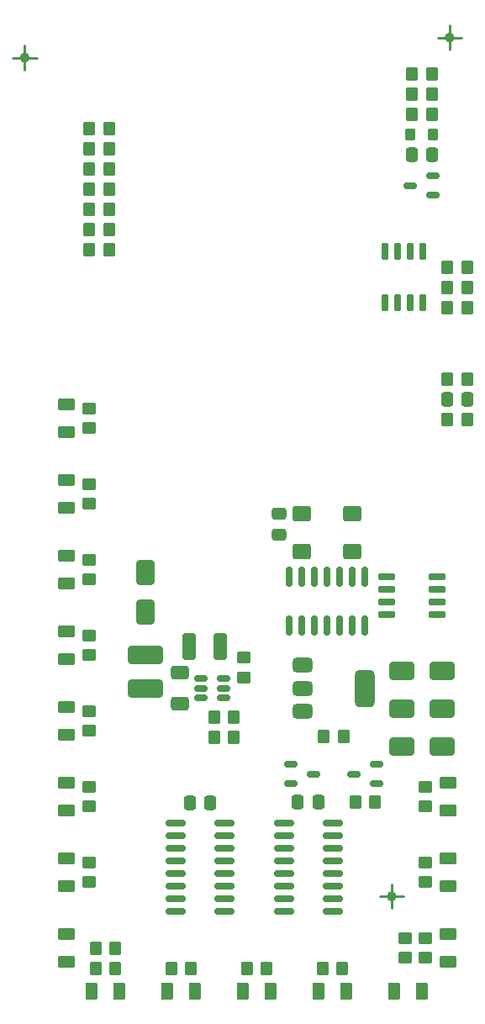
<source format=gtp>
%TF.GenerationSoftware,KiCad,Pcbnew,9.0.6-9.0.6~ubuntu24.04.1*%
%TF.CreationDate,2025-12-29T17:09:32-08:00*%
%TF.ProjectId,Pico-ButtonBoard-v1,5069636f-2d42-4757-9474-6f6e426f6172,1*%
%TF.SameCoordinates,Original*%
%TF.FileFunction,Paste,Top*%
%TF.FilePolarity,Positive*%
%FSLAX46Y46*%
G04 Gerber Fmt 4.6, Leading zero omitted, Abs format (unit mm)*
G04 Created by KiCad (PCBNEW 9.0.6-9.0.6~ubuntu24.04.1) date 2025-12-29 17:09:32*
%MOMM*%
%LPD*%
G01*
G04 APERTURE LIST*
G04 Aperture macros list*
%AMRoundRect*
0 Rectangle with rounded corners*
0 $1 Rounding radius*
0 $2 $3 $4 $5 $6 $7 $8 $9 X,Y pos of 4 corners*
0 Add a 4 corners polygon primitive as box body*
4,1,4,$2,$3,$4,$5,$6,$7,$8,$9,$2,$3,0*
0 Add four circle primitives for the rounded corners*
1,1,$1+$1,$2,$3*
1,1,$1+$1,$4,$5*
1,1,$1+$1,$6,$7*
1,1,$1+$1,$8,$9*
0 Add four rect primitives between the rounded corners*
20,1,$1+$1,$2,$3,$4,$5,0*
20,1,$1+$1,$4,$5,$6,$7,0*
20,1,$1+$1,$6,$7,$8,$9,0*
20,1,$1+$1,$8,$9,$2,$3,0*%
G04 Aperture macros list end*
%ADD10C,0.254000*%
%ADD11C,0.500000*%
%ADD12RoundRect,0.250000X-0.350000X-0.450000X0.350000X-0.450000X0.350000X0.450000X-0.350000X0.450000X0*%
%ADD13RoundRect,0.250000X0.625000X-0.375000X0.625000X0.375000X-0.625000X0.375000X-0.625000X-0.375000X0*%
%ADD14RoundRect,0.150000X-0.150000X0.825000X-0.150000X-0.825000X0.150000X-0.825000X0.150000X0.825000X0*%
%ADD15RoundRect,0.250000X-1.000000X-0.650000X1.000000X-0.650000X1.000000X0.650000X-1.000000X0.650000X0*%
%ADD16RoundRect,0.250000X-0.625000X0.375000X-0.625000X-0.375000X0.625000X-0.375000X0.625000X0.375000X0*%
%ADD17RoundRect,0.250000X0.375000X0.625000X-0.375000X0.625000X-0.375000X-0.625000X0.375000X-0.625000X0*%
%ADD18RoundRect,0.150000X0.512500X0.150000X-0.512500X0.150000X-0.512500X-0.150000X0.512500X-0.150000X0*%
%ADD19RoundRect,0.150000X-0.825000X-0.150000X0.825000X-0.150000X0.825000X0.150000X-0.825000X0.150000X0*%
%ADD20RoundRect,0.250000X0.275000X0.350000X-0.275000X0.350000X-0.275000X-0.350000X0.275000X-0.350000X0*%
%ADD21RoundRect,0.250000X-0.450000X0.350000X-0.450000X-0.350000X0.450000X-0.350000X0.450000X0.350000X0*%
%ADD22RoundRect,0.250000X0.350000X0.450000X-0.350000X0.450000X-0.350000X-0.450000X0.350000X-0.450000X0*%
%ADD23RoundRect,0.250000X-0.650000X1.000000X-0.650000X-1.000000X0.650000X-1.000000X0.650000X1.000000X0*%
%ADD24RoundRect,0.250000X0.450000X-0.350000X0.450000X0.350000X-0.450000X0.350000X-0.450000X-0.350000X0*%
%ADD25RoundRect,0.250000X0.337500X0.475000X-0.337500X0.475000X-0.337500X-0.475000X0.337500X-0.475000X0*%
%ADD26RoundRect,0.250000X-0.337500X-0.475000X0.337500X-0.475000X0.337500X0.475000X-0.337500X0.475000X0*%
%ADD27RoundRect,0.150000X-0.512500X-0.150000X0.512500X-0.150000X0.512500X0.150000X-0.512500X0.150000X0*%
%ADD28RoundRect,0.240000X0.660000X0.560000X-0.660000X0.560000X-0.660000X-0.560000X0.660000X-0.560000X0*%
%ADD29RoundRect,0.150000X-0.725000X-0.150000X0.725000X-0.150000X0.725000X0.150000X-0.725000X0.150000X0*%
%ADD30RoundRect,0.250000X-0.412500X-1.100000X0.412500X-1.100000X0.412500X1.100000X-0.412500X1.100000X0*%
%ADD31RoundRect,0.276000X1.474000X-0.644000X1.474000X0.644000X-1.474000X0.644000X-1.474000X-0.644000X0*%
%ADD32RoundRect,0.250000X0.475000X-0.337500X0.475000X0.337500X-0.475000X0.337500X-0.475000X-0.337500X0*%
%ADD33RoundRect,0.375000X-0.625000X-0.375000X0.625000X-0.375000X0.625000X0.375000X-0.625000X0.375000X0*%
%ADD34RoundRect,0.500000X-0.500000X-1.400000X0.500000X-1.400000X0.500000X1.400000X-0.500000X1.400000X0*%
%ADD35RoundRect,0.150000X-0.150000X0.725000X-0.150000X-0.725000X0.150000X-0.725000X0.150000X0.725000X0*%
%ADD36RoundRect,0.250000X0.650000X-0.412500X0.650000X0.412500X-0.650000X0.412500X-0.650000X-0.412500X0*%
G04 APERTURE END LIST*
D10*
%TO.C,FID3*%
X222066000Y-76200000D02*
X224466000Y-76200000D01*
X223266000Y-75000000D02*
X223266000Y-77400000D01*
D11*
X223516000Y-76200000D02*
G75*
G02*
X223016000Y-76200000I-250000J0D01*
G01*
X223016000Y-76200000D02*
G75*
G02*
X223516000Y-76200000I250000J0D01*
G01*
D10*
%TO.C,FID2*%
X216224000Y-162687000D02*
X218624000Y-162687000D01*
X217424000Y-161487000D02*
X217424000Y-163887000D01*
D11*
X217674000Y-162687000D02*
G75*
G02*
X217174000Y-162687000I-250000J0D01*
G01*
X217174000Y-162687000D02*
G75*
G02*
X217674000Y-162687000I250000J0D01*
G01*
D10*
%TO.C,FID1*%
X179267000Y-78232000D02*
X181667000Y-78232000D01*
X180467000Y-77032000D02*
X180467000Y-79432000D01*
D11*
X180717000Y-78232000D02*
G75*
G02*
X180217000Y-78232000I-250000J0D01*
G01*
X180217000Y-78232000D02*
G75*
G02*
X180717000Y-78232000I250000J0D01*
G01*
%TD*%
D12*
%TO.C,R34*%
X223028000Y-103378000D03*
X225028000Y-103378000D03*
%TD*%
%TO.C,R27*%
X219472000Y-81915000D03*
X221472000Y-81915000D03*
%TD*%
D13*
%TO.C,D2*%
X184658000Y-123574000D03*
X184658000Y-120774000D03*
%TD*%
D14*
%TO.C,U5*%
X214757000Y-130472500D03*
X213487000Y-130472500D03*
X212217000Y-130472500D03*
X210947000Y-130472500D03*
X209677000Y-130472500D03*
X208407000Y-130472500D03*
X207137000Y-130472500D03*
X207137000Y-135422500D03*
X208407000Y-135422500D03*
X209677000Y-135422500D03*
X210947000Y-135422500D03*
X212217000Y-135422500D03*
X213487000Y-135422500D03*
X214757000Y-135422500D03*
%TD*%
D15*
%TO.C,D18*%
X218472000Y-147574000D03*
X222472000Y-147574000D03*
%TD*%
D16*
%TO.C,D21*%
X223083590Y-166488311D03*
X223083590Y-169288311D03*
%TD*%
D17*
%TO.C,D12*%
X205235000Y-172212000D03*
X202435000Y-172212000D03*
%TD*%
D18*
%TO.C,U9*%
X221609500Y-92045000D03*
X221609500Y-90145000D03*
X219334500Y-91095000D03*
%TD*%
D19*
%TO.C,U3*%
X206567000Y-155321000D03*
X206567000Y-156591000D03*
X206567000Y-157861000D03*
X206567000Y-159131000D03*
X206567000Y-160401000D03*
X206567000Y-161671000D03*
X206567000Y-162941000D03*
X206567000Y-164211000D03*
X211517000Y-164211000D03*
X211517000Y-162941000D03*
X211517000Y-161671000D03*
X211517000Y-160401000D03*
X211517000Y-159131000D03*
X211517000Y-157861000D03*
X211517000Y-156591000D03*
X211517000Y-155321000D03*
%TD*%
D20*
%TO.C,L2*%
X221622000Y-85979000D03*
X219322000Y-85979000D03*
%TD*%
D15*
%TO.C,D17*%
X218472000Y-143764000D03*
X222472000Y-143764000D03*
%TD*%
D21*
%TO.C,R29*%
X220797590Y-151648311D03*
X220797590Y-153648311D03*
%TD*%
D22*
%TO.C,R21*%
X204835000Y-169926000D03*
X202835000Y-169926000D03*
%TD*%
D23*
%TO.C,D10*%
X192659000Y-130080000D03*
X192659000Y-134080000D03*
%TD*%
D24*
%TO.C,R2*%
X186944000Y-123174000D03*
X186944000Y-121174000D03*
%TD*%
D22*
%TO.C,R18*%
X201533000Y-144602200D03*
X199533000Y-144602200D03*
%TD*%
D25*
%TO.C,C5*%
X210052500Y-153206000D03*
X207977500Y-153206000D03*
%TD*%
D16*
%TO.C,D20*%
X223083590Y-158868311D03*
X223083590Y-161668311D03*
%TD*%
D13*
%TO.C,D4*%
X184658000Y-138814000D03*
X184658000Y-136014000D03*
%TD*%
D12*
%TO.C,R36*%
X223028000Y-114681000D03*
X225028000Y-114681000D03*
%TD*%
D22*
%TO.C,R22*%
X212455000Y-169926000D03*
X210455000Y-169926000D03*
%TD*%
D26*
%TO.C,C7*%
X222990500Y-112649000D03*
X225065500Y-112649000D03*
%TD*%
D19*
%TO.C,U1*%
X195645000Y-155321000D03*
X195645000Y-156591000D03*
X195645000Y-157861000D03*
X195645000Y-159131000D03*
X195645000Y-160401000D03*
X195645000Y-161671000D03*
X195645000Y-162941000D03*
X195645000Y-164211000D03*
X200595000Y-164211000D03*
X200595000Y-162941000D03*
X200595000Y-161671000D03*
X200595000Y-160401000D03*
X200595000Y-159131000D03*
X200595000Y-157861000D03*
X200595000Y-156591000D03*
X200595000Y-155321000D03*
%TD*%
D12*
%TO.C,R35*%
X223028000Y-110617000D03*
X225028000Y-110617000D03*
%TD*%
%TO.C,R26*%
X219472000Y-79883000D03*
X221472000Y-79883000D03*
%TD*%
D16*
%TO.C,D19*%
X223083590Y-151248311D03*
X223083590Y-154048311D03*
%TD*%
D17*
%TO.C,D15*%
X220475000Y-172212000D03*
X217675000Y-172212000D03*
%TD*%
D22*
%TO.C,R14*%
X188960000Y-97536000D03*
X186960000Y-97536000D03*
%TD*%
D21*
%TO.C,R30*%
X220797590Y-159268311D03*
X220797590Y-161268311D03*
%TD*%
D17*
%TO.C,D14*%
X212855000Y-172212000D03*
X210055000Y-172212000D03*
%TD*%
D27*
%TO.C,D13*%
X207269500Y-149418000D03*
X207269500Y-151318000D03*
X209544500Y-150368000D03*
%TD*%
D28*
%TO.C,U4*%
X213487000Y-124189500D03*
X208407000Y-124189500D03*
X208407000Y-127989500D03*
X213487000Y-127989500D03*
%TD*%
D24*
%TO.C,R4*%
X186944000Y-138414000D03*
X186944000Y-136414000D03*
%TD*%
D29*
%TO.C,U8*%
X216881000Y-130458300D03*
X216881000Y-131728300D03*
X216881000Y-132998300D03*
X216881000Y-134268300D03*
X222031000Y-134268300D03*
X222031000Y-132998300D03*
X222031000Y-131728300D03*
X222031000Y-130458300D03*
%TD*%
D22*
%TO.C,R15*%
X189595000Y-167894000D03*
X187595000Y-167894000D03*
%TD*%
D12*
%TO.C,R10*%
X186960000Y-89408000D03*
X188960000Y-89408000D03*
%TD*%
D17*
%TO.C,D11*%
X197615000Y-172212000D03*
X194815000Y-172212000D03*
%TD*%
D24*
%TO.C,R7*%
X186944000Y-161274000D03*
X186944000Y-159274000D03*
%TD*%
D12*
%TO.C,R8*%
X186960000Y-85344000D03*
X188960000Y-85344000D03*
%TD*%
D30*
%TO.C,C3*%
X197065500Y-137541000D03*
X200190500Y-137541000D03*
%TD*%
D31*
%TO.C,L1*%
X192659000Y-141751000D03*
X192659000Y-138411000D03*
%TD*%
D18*
%TO.C,Q1*%
X215894500Y-151318000D03*
X215894500Y-149418000D03*
X213619500Y-150368000D03*
%TD*%
D22*
%TO.C,R17*%
X197215000Y-169926000D03*
X195215000Y-169926000D03*
%TD*%
D13*
%TO.C,D6*%
X184658000Y-154054000D03*
X184658000Y-151254000D03*
%TD*%
D27*
%TO.C,U2*%
X198252500Y-140782000D03*
X198252500Y-141732000D03*
X198252500Y-142682000D03*
X200527500Y-142682000D03*
X200527500Y-141732000D03*
X200527500Y-140782000D03*
%TD*%
D25*
%TO.C,C2*%
X199157500Y-153289000D03*
X197082500Y-153289000D03*
%TD*%
D13*
%TO.C,D8*%
X184658000Y-169294000D03*
X184658000Y-166494000D03*
%TD*%
D21*
%TO.C,R25*%
X218765590Y-166888311D03*
X218765590Y-168888311D03*
%TD*%
D26*
%TO.C,C6*%
X219434500Y-88011000D03*
X221509500Y-88011000D03*
%TD*%
D22*
%TO.C,R12*%
X188960000Y-93472000D03*
X186960000Y-93472000D03*
%TD*%
D32*
%TO.C,C4*%
X206121000Y-126259500D03*
X206121000Y-124184500D03*
%TD*%
D33*
%TO.C,U6*%
X208457000Y-139432000D03*
X208457000Y-141732000D03*
D34*
X214757000Y-141732000D03*
D33*
X208457000Y-144032000D03*
%TD*%
D15*
%TO.C,D16*%
X218472000Y-139954000D03*
X222472000Y-139954000D03*
%TD*%
D24*
%TO.C,R1*%
X186944000Y-115554000D03*
X186944000Y-113554000D03*
%TD*%
D22*
%TO.C,R11*%
X188960000Y-91440000D03*
X186960000Y-91440000D03*
%TD*%
%TO.C,R9*%
X188960000Y-87376000D03*
X186960000Y-87376000D03*
%TD*%
D24*
%TO.C,R5*%
X186944000Y-146034000D03*
X186944000Y-144034000D03*
%TD*%
D22*
%TO.C,R19*%
X201533000Y-146634200D03*
X199533000Y-146634200D03*
%TD*%
D35*
%TO.C,U7*%
X220599000Y-97755000D03*
X219329000Y-97755000D03*
X218059000Y-97755000D03*
X216789000Y-97755000D03*
X216789000Y-102905000D03*
X218059000Y-102905000D03*
X219329000Y-102905000D03*
X220599000Y-102905000D03*
%TD*%
D24*
%TO.C,R6*%
X186944000Y-153654000D03*
X186944000Y-151654000D03*
%TD*%
D36*
%TO.C,C1*%
X196088000Y-143294500D03*
X196088000Y-140169500D03*
%TD*%
D22*
%TO.C,R13*%
X188960000Y-95504000D03*
X186960000Y-95504000D03*
%TD*%
D17*
%TO.C,D9*%
X189995000Y-172212000D03*
X187195000Y-172212000D03*
%TD*%
D24*
%TO.C,R3*%
X186944000Y-130794000D03*
X186944000Y-128794000D03*
%TD*%
D22*
%TO.C,R16*%
X189595000Y-169926000D03*
X187595000Y-169926000D03*
%TD*%
D13*
%TO.C,D5*%
X184658000Y-146434000D03*
X184658000Y-143634000D03*
%TD*%
D24*
%TO.C,R20*%
X202488800Y-140649200D03*
X202488800Y-138649200D03*
%TD*%
D13*
%TO.C,D7*%
X184658000Y-161674000D03*
X184658000Y-158874000D03*
%TD*%
D12*
%TO.C,R32*%
X223028000Y-99314000D03*
X225028000Y-99314000D03*
%TD*%
D21*
%TO.C,R31*%
X220797590Y-166888311D03*
X220797590Y-168888311D03*
%TD*%
D12*
%TO.C,R33*%
X223028000Y-101346000D03*
X225028000Y-101346000D03*
%TD*%
D13*
%TO.C,D1*%
X184658000Y-115954000D03*
X184658000Y-113154000D03*
%TD*%
%TO.C,D3*%
X184658000Y-131194000D03*
X184658000Y-128394000D03*
%TD*%
D12*
%TO.C,R28*%
X219472000Y-83947000D03*
X221472000Y-83947000D03*
%TD*%
%TO.C,R23*%
X210607000Y-146558000D03*
X212607000Y-146558000D03*
%TD*%
D22*
%TO.C,R24*%
X215757000Y-153187400D03*
X213757000Y-153187400D03*
%TD*%
M02*

</source>
